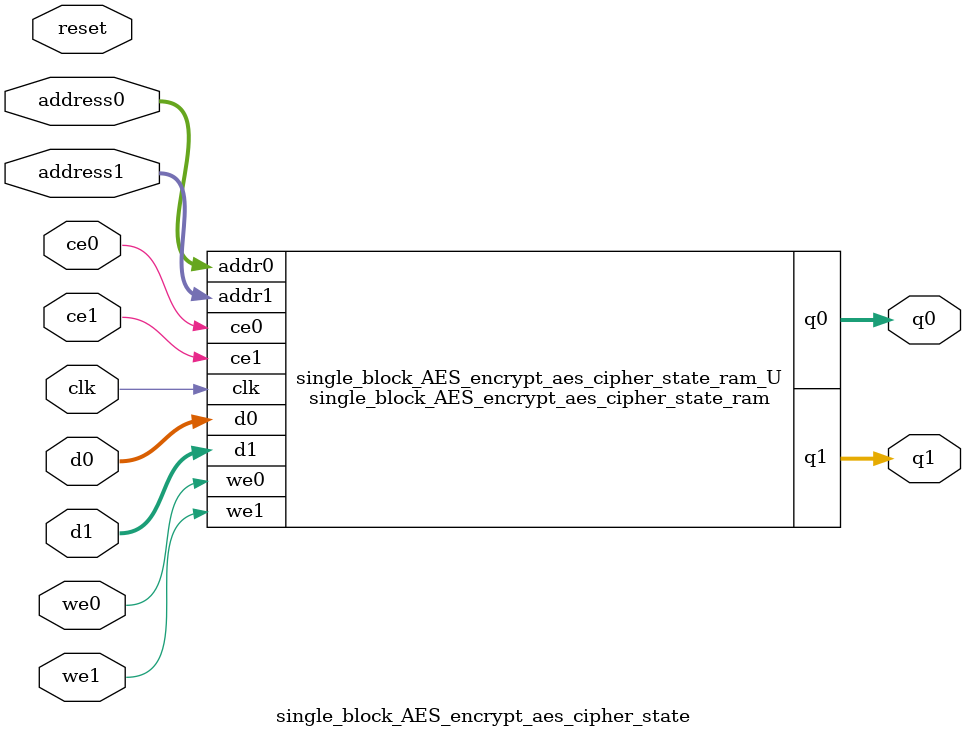
<source format=v>

`timescale 1 ns / 1 ps
module single_block_AES_encrypt_aes_cipher_state_ram (addr0, ce0, d0, we0, q0, addr1, ce1, d1, we1, q1,  clk);

parameter DWIDTH = 8;
parameter AWIDTH = 4;
parameter MEM_SIZE = 16;

input[AWIDTH-1:0] addr0;
input ce0;
input[DWIDTH-1:0] d0;
input we0;
output reg[DWIDTH-1:0] q0;
input[AWIDTH-1:0] addr1;
input ce1;
input[DWIDTH-1:0] d1;
input we1;
output reg[DWIDTH-1:0] q1;
input clk;

(* ram_style = "block" *)reg [DWIDTH-1:0] ram[MEM_SIZE-1:0];




always @(posedge clk)  
begin 
    if (ce0) 
    begin
        if (we0) 
        begin 
            ram[addr0] <= d0; 
            q0 <= d0;
        end 
        else 
            q0 <= ram[addr0];
    end
end


always @(posedge clk)  
begin 
    if (ce1) 
    begin
        if (we1) 
        begin 
            ram[addr1] <= d1; 
            q1 <= d1;
        end 
        else 
            q1 <= ram[addr1];
    end
end


endmodule


`timescale 1 ns / 1 ps
module single_block_AES_encrypt_aes_cipher_state(
    reset,
    clk,
    address0,
    ce0,
    we0,
    d0,
    q0,
    address1,
    ce1,
    we1,
    d1,
    q1);

parameter DataWidth = 32'd8;
parameter AddressRange = 32'd16;
parameter AddressWidth = 32'd4;
input reset;
input clk;
input[AddressWidth - 1:0] address0;
input ce0;
input we0;
input[DataWidth - 1:0] d0;
output[DataWidth - 1:0] q0;
input[AddressWidth - 1:0] address1;
input ce1;
input we1;
input[DataWidth - 1:0] d1;
output[DataWidth - 1:0] q1;



single_block_AES_encrypt_aes_cipher_state_ram single_block_AES_encrypt_aes_cipher_state_ram_U(
    .clk( clk ),
    .addr0( address0 ),
    .ce0( ce0 ),
    .d0( d0 ),
    .we0( we0 ),
    .q0( q0 ),
    .addr1( address1 ),
    .ce1( ce1 ),
    .d1( d1 ),
    .we1( we1 ),
    .q1( q1 ));

endmodule


</source>
